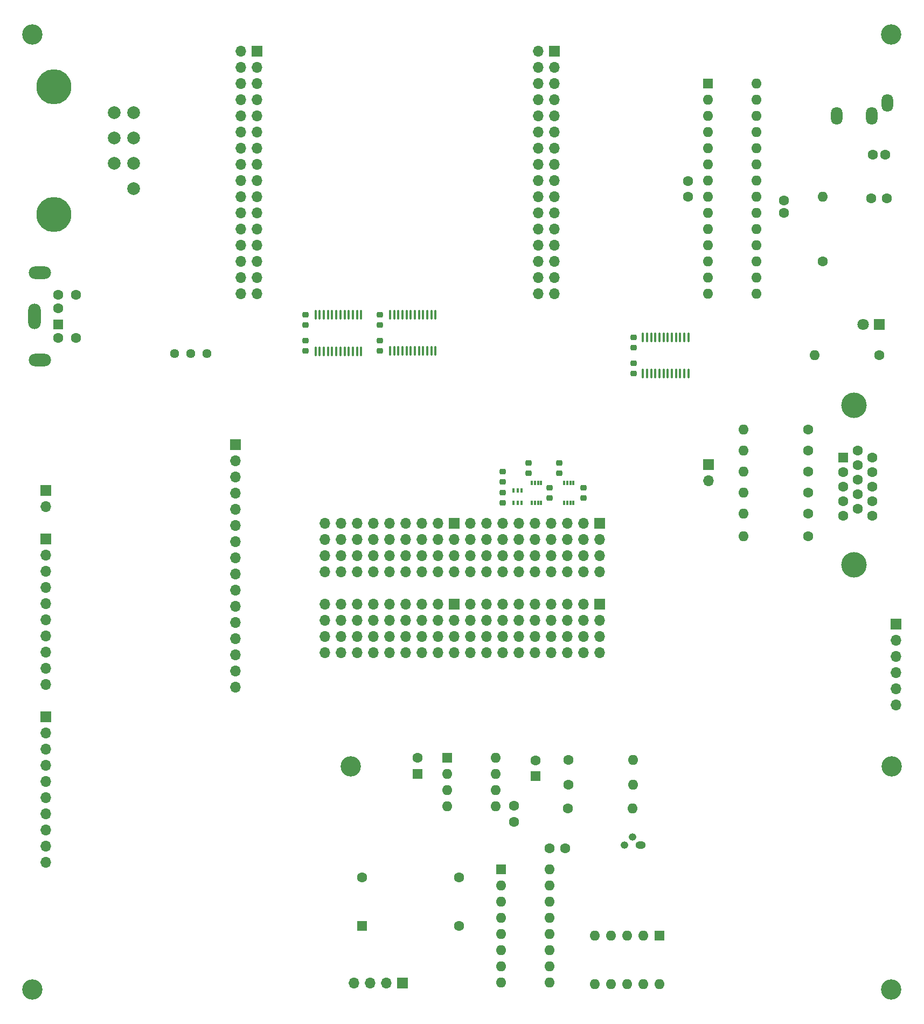
<source format=gbr>
%TF.GenerationSoftware,KiCad,Pcbnew,(6.0.0-rc2-14-ga17a58203b)*%
%TF.CreationDate,2022-06-07T21:36:17+08:00*%
%TF.ProjectId,DaughterDevBoard,44617567-6874-4657-9244-6576426f6172,rev?*%
%TF.SameCoordinates,Original*%
%TF.FileFunction,Soldermask,Bot*%
%TF.FilePolarity,Negative*%
%FSLAX46Y46*%
G04 Gerber Fmt 4.6, Leading zero omitted, Abs format (unit mm)*
G04 Created by KiCad (PCBNEW (6.0.0-rc2-14-ga17a58203b)) date 2022-06-07 21:36:17*
%MOMM*%
%LPD*%
G01*
G04 APERTURE LIST*
G04 Aperture macros list*
%AMRoundRect*
0 Rectangle with rounded corners*
0 $1 Rounding radius*
0 $2 $3 $4 $5 $6 $7 $8 $9 X,Y pos of 4 corners*
0 Add a 4 corners polygon primitive as box body*
4,1,4,$2,$3,$4,$5,$6,$7,$8,$9,$2,$3,0*
0 Add four circle primitives for the rounded corners*
1,1,$1+$1,$2,$3*
1,1,$1+$1,$4,$5*
1,1,$1+$1,$6,$7*
1,1,$1+$1,$8,$9*
0 Add four rect primitives between the rounded corners*
20,1,$1+$1,$2,$3,$4,$5,0*
20,1,$1+$1,$4,$5,$6,$7,0*
20,1,$1+$1,$6,$7,$8,$9,0*
20,1,$1+$1,$8,$9,$2,$3,0*%
G04 Aperture macros list end*
%ADD10C,5.500000*%
%ADD11C,2.000000*%
%ADD12R,1.600000X1.600000*%
%ADD13O,1.600000X1.600000*%
%ADD14C,3.200000*%
%ADD15R,1.700000X1.700000*%
%ADD16O,1.700000X1.700000*%
%ADD17C,1.440000*%
%ADD18C,1.600000*%
%ADD19O,3.500000X2.000000*%
%ADD20O,2.000000X4.000000*%
%ADD21O,1.600000X1.200000*%
%ADD22O,1.200000X1.200000*%
%ADD23O,1.800000X2.800000*%
%ADD24C,4.000000*%
%ADD25R,1.800000X1.800000*%
%ADD26C,1.800000*%
%ADD27RoundRect,0.218750X0.256250X-0.218750X0.256250X0.218750X-0.256250X0.218750X-0.256250X-0.218750X0*%
%ADD28R,0.400000X0.650000*%
%ADD29RoundRect,0.100000X-0.100000X0.637500X-0.100000X-0.637500X0.100000X-0.637500X0.100000X0.637500X0*%
%ADD30RoundRect,0.218750X-0.256250X0.218750X-0.256250X-0.218750X0.256250X-0.218750X0.256250X0.218750X0*%
%ADD31R,0.300000X0.800000*%
G04 APERTURE END LIST*
D10*
%TO.C,J7*%
X33900000Y-38600000D03*
X33900000Y-58600000D03*
D11*
X46400000Y-54600000D03*
X46400000Y-50600000D03*
X46400000Y-46600000D03*
X46400000Y-42600000D03*
X43400000Y-42600000D03*
X43400000Y-46600000D03*
X43400000Y-50600000D03*
%TD*%
D12*
%TO.C,U1*%
X104140000Y-161544000D03*
D13*
X104140000Y-164084000D03*
X104140000Y-166624000D03*
X104140000Y-169164000D03*
X104140000Y-171704000D03*
X104140000Y-174244000D03*
X104140000Y-176784000D03*
X104140000Y-179324000D03*
X111760000Y-179324000D03*
X111760000Y-176784000D03*
X111760000Y-174244000D03*
X111760000Y-171704000D03*
X111760000Y-169164000D03*
X111760000Y-166624000D03*
X111760000Y-164084000D03*
X111760000Y-161544000D03*
%TD*%
D14*
%TO.C,H4*%
X165492157Y-180376000D03*
%TD*%
D15*
%TO.C,J9*%
X62467917Y-94795116D03*
D16*
X62467917Y-97335116D03*
X62467917Y-99875116D03*
X62467917Y-102415116D03*
X62467917Y-104955116D03*
X62467917Y-107495116D03*
X62467917Y-110035116D03*
X62467917Y-112575116D03*
X62467917Y-115115116D03*
X62467917Y-117655116D03*
X62467917Y-120195116D03*
X62467917Y-122735116D03*
X62467917Y-125275116D03*
X62467917Y-127815116D03*
X62467917Y-130355116D03*
X62467917Y-132895116D03*
%TD*%
D14*
%TO.C,H2*%
X30492157Y-30376000D03*
%TD*%
D17*
%TO.C,RV1*%
X57912000Y-80488117D03*
X55372000Y-80488117D03*
X52832000Y-80488117D03*
%TD*%
D14*
%TO.C,H1*%
X165492157Y-30376000D03*
%TD*%
D15*
%TO.C,J15*%
X96780000Y-119890000D03*
D16*
X94240000Y-119890000D03*
X91700000Y-119890000D03*
X89160000Y-119890000D03*
X86620000Y-119890000D03*
X84080000Y-119890000D03*
X81540000Y-119890000D03*
X79000000Y-119890000D03*
X76460000Y-119890000D03*
X96780000Y-122430000D03*
X94240000Y-122430000D03*
X91700000Y-122430000D03*
X89160000Y-122430000D03*
X86620000Y-122430000D03*
X84080000Y-122430000D03*
X81540000Y-122430000D03*
X79000000Y-122430000D03*
X76460000Y-122430000D03*
X76460000Y-124970000D03*
X79000000Y-124970000D03*
X81540000Y-124970000D03*
X84080000Y-124970000D03*
X86620000Y-124970000D03*
X89160000Y-124970000D03*
X91700000Y-124970000D03*
X94240000Y-124970000D03*
X96780000Y-124970000D03*
X76460000Y-127510000D03*
X79000000Y-127510000D03*
X81540000Y-127510000D03*
X84080000Y-127510000D03*
X86620000Y-127510000D03*
X89160000Y-127510000D03*
X91700000Y-127510000D03*
X94240000Y-127510000D03*
X96780000Y-127510000D03*
%TD*%
D12*
%TO.C,U5*%
X95707200Y-143967200D03*
D13*
X95707200Y-146507200D03*
X95707200Y-149047200D03*
X95707200Y-151587200D03*
X103327200Y-151587200D03*
X103327200Y-149047200D03*
X103327200Y-146507200D03*
X103327200Y-143967200D03*
%TD*%
D18*
%TO.C,R5*%
X152400000Y-102362000D03*
D13*
X142240000Y-102362000D03*
%TD*%
D12*
%TO.C,U2*%
X136652000Y-38100000D03*
D13*
X136652000Y-40640000D03*
X136652000Y-43180000D03*
X136652000Y-45720000D03*
X136652000Y-48260000D03*
X136652000Y-50800000D03*
X136652000Y-53340000D03*
X136652000Y-55880000D03*
X136652000Y-58420000D03*
X136652000Y-60960000D03*
X136652000Y-63500000D03*
X136652000Y-66040000D03*
X136652000Y-68580000D03*
X136652000Y-71120000D03*
X144272000Y-71120000D03*
X144272000Y-68580000D03*
X144272000Y-66040000D03*
X144272000Y-63500000D03*
X144272000Y-60960000D03*
X144272000Y-58420000D03*
X144272000Y-55880000D03*
X144272000Y-53340000D03*
X144272000Y-50800000D03*
X144272000Y-48260000D03*
X144272000Y-45720000D03*
X144272000Y-43180000D03*
X144272000Y-40640000D03*
X144272000Y-38100000D03*
%TD*%
D18*
%TO.C,R3*%
X152400000Y-109220000D03*
D13*
X142240000Y-109220000D03*
%TD*%
D18*
%TO.C,R2*%
X154686000Y-66040000D03*
D13*
X154686000Y-55880000D03*
%TD*%
%TO.C,R10*%
X124866400Y-151942800D03*
D18*
X114706400Y-151942800D03*
%TD*%
%TO.C,C4*%
X162306000Y-56134000D03*
X164806000Y-56134000D03*
%TD*%
%TO.C,C19*%
X106222800Y-151556400D03*
X106222800Y-154056400D03*
%TD*%
%TO.C,C1*%
X111760000Y-158242000D03*
X114260000Y-158242000D03*
%TD*%
%TO.C,R11*%
X114757200Y-144322800D03*
D13*
X124917200Y-144322800D03*
%TD*%
D18*
%TO.C,R4*%
X152400000Y-105664000D03*
D13*
X142240000Y-105664000D03*
%TD*%
D12*
%TO.C,C20*%
X109626400Y-146899513D03*
D18*
X109626400Y-144399513D03*
%TD*%
%TO.C,R9*%
X114757200Y-148183600D03*
D13*
X124917200Y-148183600D03*
%TD*%
D14*
%TO.C,H5*%
X165592157Y-145376000D03*
%TD*%
D12*
%TO.C,J1*%
X34544000Y-75946000D03*
D18*
X34544000Y-73346000D03*
X34544000Y-78046000D03*
X34544000Y-71246000D03*
X37344000Y-78046000D03*
X37344000Y-71246000D03*
D19*
X31694000Y-81496000D03*
X31694000Y-67796000D03*
D20*
X30894000Y-74646000D03*
%TD*%
D14*
%TO.C,H3*%
X30492157Y-180376000D03*
%TD*%
D21*
%TO.C,Q1*%
X126136400Y-157734000D03*
D22*
X124866400Y-156464000D03*
X123596400Y-157734000D03*
%TD*%
D23*
%TO.C,J12*%
X156946000Y-43148000D03*
X164846000Y-41148000D03*
X162446000Y-43148000D03*
%TD*%
D12*
%TO.C,J11*%
X129032000Y-171958000D03*
D13*
X126492000Y-171958000D03*
X123952000Y-171958000D03*
X121412000Y-171958000D03*
X118872000Y-171958000D03*
X118872000Y-179578000D03*
X121412000Y-179578000D03*
X123952000Y-179578000D03*
X126492000Y-179578000D03*
X129032000Y-179578000D03*
%TD*%
D15*
%TO.C,J8*%
X136804400Y-97891600D03*
D16*
X136804400Y-100431600D03*
%TD*%
D14*
%TO.C,H6*%
X80592157Y-145376000D03*
%TD*%
D18*
%TO.C,C3*%
X133586622Y-53382146D03*
X133586622Y-55882146D03*
%TD*%
D15*
%TO.C,J13*%
X119640000Y-107190000D03*
D16*
X117100000Y-107190000D03*
X114560000Y-107190000D03*
X112020000Y-107190000D03*
X109480000Y-107190000D03*
X106940000Y-107190000D03*
X104400000Y-107190000D03*
X101860000Y-107190000D03*
X99320000Y-107190000D03*
X119640000Y-109730000D03*
X117100000Y-109730000D03*
X114560000Y-109730000D03*
X112020000Y-109730000D03*
X109480000Y-109730000D03*
X106940000Y-109730000D03*
X104400000Y-109730000D03*
X101860000Y-109730000D03*
X99320000Y-109730000D03*
X99320000Y-112270000D03*
X101860000Y-112270000D03*
X104400000Y-112270000D03*
X106940000Y-112270000D03*
X109480000Y-112270000D03*
X112020000Y-112270000D03*
X114560000Y-112270000D03*
X117100000Y-112270000D03*
X119640000Y-112270000D03*
X99320000Y-114810000D03*
X101860000Y-114810000D03*
X104400000Y-114810000D03*
X106940000Y-114810000D03*
X109480000Y-114810000D03*
X112020000Y-114810000D03*
X114560000Y-114810000D03*
X117100000Y-114810000D03*
X119640000Y-114810000D03*
%TD*%
D24*
%TO.C,J17*%
X159640000Y-88646000D03*
X159640000Y-113646000D03*
D12*
X157920000Y-96831000D03*
D18*
X157920000Y-99121000D03*
X157920000Y-101411000D03*
X157920000Y-103701000D03*
X157920000Y-105991000D03*
X160200000Y-95686000D03*
X160200000Y-97976000D03*
X160200000Y-100266000D03*
X160200000Y-102556000D03*
X160200000Y-104846000D03*
X162520000Y-96831000D03*
X162520000Y-99121000D03*
X162520000Y-101411000D03*
X162520000Y-103701000D03*
X162520000Y-105991000D03*
%TD*%
D15*
%TO.C,J14*%
X96780000Y-107190000D03*
D16*
X94240000Y-107190000D03*
X91700000Y-107190000D03*
X89160000Y-107190000D03*
X86620000Y-107190000D03*
X84080000Y-107190000D03*
X81540000Y-107190000D03*
X79000000Y-107190000D03*
X76460000Y-107190000D03*
X96780000Y-109730000D03*
X94240000Y-109730000D03*
X91700000Y-109730000D03*
X89160000Y-109730000D03*
X86620000Y-109730000D03*
X84080000Y-109730000D03*
X81540000Y-109730000D03*
X79000000Y-109730000D03*
X76460000Y-109730000D03*
X76460000Y-112270000D03*
X79000000Y-112270000D03*
X81540000Y-112270000D03*
X84080000Y-112270000D03*
X86620000Y-112270000D03*
X89160000Y-112270000D03*
X91700000Y-112270000D03*
X94240000Y-112270000D03*
X96780000Y-112270000D03*
X76460000Y-114810000D03*
X79000000Y-114810000D03*
X81540000Y-114810000D03*
X84080000Y-114810000D03*
X86620000Y-114810000D03*
X89160000Y-114810000D03*
X91700000Y-114810000D03*
X94240000Y-114810000D03*
X96780000Y-114810000D03*
%TD*%
D12*
%TO.C,X1*%
X82296000Y-170434000D03*
D18*
X97536000Y-170434000D03*
X97536000Y-162814000D03*
X82296000Y-162814000D03*
%TD*%
D15*
%TO.C,J16*%
X119640000Y-119890000D03*
D16*
X117100000Y-119890000D03*
X114560000Y-119890000D03*
X112020000Y-119890000D03*
X109480000Y-119890000D03*
X106940000Y-119890000D03*
X104400000Y-119890000D03*
X101860000Y-119890000D03*
X99320000Y-119890000D03*
X119640000Y-122430000D03*
X117100000Y-122430000D03*
X114560000Y-122430000D03*
X112020000Y-122430000D03*
X109480000Y-122430000D03*
X106940000Y-122430000D03*
X104400000Y-122430000D03*
X101860000Y-122430000D03*
X99320000Y-122430000D03*
X99320000Y-124970000D03*
X101860000Y-124970000D03*
X104400000Y-124970000D03*
X106940000Y-124970000D03*
X109480000Y-124970000D03*
X112020000Y-124970000D03*
X114560000Y-124970000D03*
X117100000Y-124970000D03*
X119640000Y-124970000D03*
X99320000Y-127510000D03*
X101860000Y-127510000D03*
X104400000Y-127510000D03*
X106940000Y-127510000D03*
X109480000Y-127510000D03*
X112020000Y-127510000D03*
X114560000Y-127510000D03*
X117100000Y-127510000D03*
X119640000Y-127510000D03*
%TD*%
D18*
%TO.C,R8*%
X152400000Y-92456000D03*
D13*
X142240000Y-92456000D03*
%TD*%
D18*
%TO.C,R1*%
X163576000Y-80772000D03*
D13*
X153416000Y-80772000D03*
%TD*%
D18*
%TO.C,R7*%
X152400000Y-95758000D03*
D13*
X142240000Y-95758000D03*
%TD*%
D18*
%TO.C,C2*%
X148590000Y-58420000D03*
X148590000Y-56420000D03*
%TD*%
D12*
%TO.C,C18*%
X91033600Y-146493112D03*
D18*
X91033600Y-143993112D03*
%TD*%
D15*
%TO.C,J18*%
X166268400Y-122986800D03*
D16*
X166268400Y-125526800D03*
X166268400Y-128066800D03*
X166268400Y-130606800D03*
X166268400Y-133146800D03*
X166268400Y-135686800D03*
%TD*%
D25*
%TO.C,D1*%
X163576000Y-75946000D03*
D26*
X161036000Y-75946000D03*
%TD*%
D18*
%TO.C,C5*%
X162560000Y-49276000D03*
X164560000Y-49276000D03*
%TD*%
%TO.C,R6*%
X152400000Y-99060000D03*
D13*
X142240000Y-99060000D03*
%TD*%
D27*
%TO.C,C11*%
X111760000Y-103149500D03*
X111760000Y-101574500D03*
%TD*%
%TO.C,C10*%
X104394000Y-103911500D03*
X104394000Y-102336500D03*
%TD*%
D28*
%TO.C,U9*%
X106131600Y-102021600D03*
X106781600Y-102021600D03*
X107431600Y-102021600D03*
X107431600Y-103921600D03*
X106781600Y-103921600D03*
X106131600Y-103921600D03*
%TD*%
D15*
%TO.C,J3*%
X112522000Y-33020000D03*
D16*
X112522000Y-35560000D03*
X112522000Y-38100000D03*
X112522000Y-40640000D03*
X112522000Y-43180000D03*
X112522000Y-45720000D03*
X112522000Y-48260000D03*
X112522000Y-50800000D03*
X112522000Y-53340000D03*
X112522000Y-55880000D03*
X112522000Y-58420000D03*
X112522000Y-60960000D03*
X112522000Y-63500000D03*
X112522000Y-66040000D03*
X112522000Y-68580000D03*
X112522000Y-71120000D03*
X109982000Y-33020000D03*
X109982000Y-35560000D03*
X109982000Y-38100000D03*
X109982000Y-40640000D03*
X109982000Y-43180000D03*
X109982000Y-45720000D03*
X109982000Y-48260000D03*
X109982000Y-50800000D03*
X109982000Y-53340000D03*
X109982000Y-55880000D03*
X109982000Y-58420000D03*
X109982000Y-60960000D03*
X109982000Y-63500000D03*
X109982000Y-66040000D03*
X109982000Y-68580000D03*
X109982000Y-71120000D03*
%TD*%
D29*
%TO.C,U7*%
X86726000Y-74353500D03*
X87376000Y-74353500D03*
X88026000Y-74353500D03*
X88676000Y-74353500D03*
X89326000Y-74353500D03*
X89976000Y-74353500D03*
X90626000Y-74353500D03*
X91276000Y-74353500D03*
X91926000Y-74353500D03*
X92576000Y-74353500D03*
X93226000Y-74353500D03*
X93876000Y-74353500D03*
X93876000Y-80078500D03*
X93226000Y-80078500D03*
X92576000Y-80078500D03*
X91926000Y-80078500D03*
X91276000Y-80078500D03*
X90626000Y-80078500D03*
X89976000Y-80078500D03*
X89326000Y-80078500D03*
X88676000Y-80078500D03*
X88026000Y-80078500D03*
X87376000Y-80078500D03*
X86726000Y-80078500D03*
%TD*%
D30*
%TO.C,C14*%
X73406000Y-74396500D03*
X73406000Y-75971500D03*
%TD*%
D27*
%TO.C,C9*%
X124968000Y-83591500D03*
X124968000Y-82016500D03*
%TD*%
D29*
%TO.C,U6*%
X126473000Y-77909500D03*
X127123000Y-77909500D03*
X127773000Y-77909500D03*
X128423000Y-77909500D03*
X129073000Y-77909500D03*
X129723000Y-77909500D03*
X130373000Y-77909500D03*
X131023000Y-77909500D03*
X131673000Y-77909500D03*
X132323000Y-77909500D03*
X132973000Y-77909500D03*
X133623000Y-77909500D03*
X133623000Y-83634500D03*
X132973000Y-83634500D03*
X132323000Y-83634500D03*
X131673000Y-83634500D03*
X131023000Y-83634500D03*
X130373000Y-83634500D03*
X129723000Y-83634500D03*
X129073000Y-83634500D03*
X128423000Y-83634500D03*
X127773000Y-83634500D03*
X127123000Y-83634500D03*
X126473000Y-83634500D03*
%TD*%
D27*
%TO.C,C17*%
X85090000Y-80035500D03*
X85090000Y-78460500D03*
%TD*%
D15*
%TO.C,J5*%
X32600000Y-137536000D03*
D16*
X32600000Y-140076000D03*
X32600000Y-142616000D03*
X32600000Y-145156000D03*
X32600000Y-147696000D03*
X32600000Y-150236000D03*
X32600000Y-152776000D03*
X32600000Y-155316000D03*
X32600000Y-157856000D03*
X32600000Y-160396000D03*
%TD*%
D15*
%TO.C,J2*%
X32649999Y-109600000D03*
D16*
X32649999Y-112140000D03*
X32649999Y-114680000D03*
X32649999Y-117220000D03*
X32649999Y-119760000D03*
X32649999Y-122300000D03*
X32649999Y-124840000D03*
X32649999Y-127380000D03*
X32649999Y-129920000D03*
X32649999Y-132460000D03*
%TD*%
D30*
%TO.C,C12*%
X124968000Y-77952500D03*
X124968000Y-79527500D03*
%TD*%
D27*
%TO.C,C8*%
X108458000Y-99262500D03*
X108458000Y-97687500D03*
%TD*%
%TO.C,C7*%
X113284000Y-99249500D03*
X113284000Y-97674500D03*
%TD*%
%TO.C,C6*%
X104394000Y-100609500D03*
X104394000Y-99034500D03*
%TD*%
%TO.C,C13*%
X117094000Y-103149500D03*
X117094000Y-101574500D03*
%TD*%
D15*
%TO.C,J4*%
X65786000Y-33020000D03*
D16*
X65786000Y-35560000D03*
X65786000Y-38100000D03*
X65786000Y-40640000D03*
X65786000Y-43180000D03*
X65786000Y-45720000D03*
X65786000Y-48260000D03*
X65786000Y-50800000D03*
X65786000Y-53340000D03*
X65786000Y-55880000D03*
X65786000Y-58420000D03*
X65786000Y-60960000D03*
X65786000Y-63500000D03*
X65786000Y-66040000D03*
X65786000Y-68580000D03*
X65786000Y-71120000D03*
X63246000Y-33020000D03*
X63246000Y-35560000D03*
X63246000Y-38100000D03*
X63246000Y-40640000D03*
X63246000Y-43180000D03*
X63246000Y-45720000D03*
X63246000Y-48260000D03*
X63246000Y-50800000D03*
X63246000Y-53340000D03*
X63246000Y-55880000D03*
X63246000Y-58420000D03*
X63246000Y-60960000D03*
X63246000Y-63500000D03*
X63246000Y-66040000D03*
X63246000Y-68580000D03*
X63246000Y-71120000D03*
%TD*%
D31*
%TO.C,U4*%
X108978000Y-100825000D03*
X109478000Y-100825000D03*
X109978000Y-100825000D03*
X110478000Y-100825000D03*
X110478000Y-103925000D03*
X109978000Y-103925000D03*
X109478000Y-103925000D03*
X108978000Y-103925000D03*
%TD*%
D27*
%TO.C,C15*%
X73406000Y-80035500D03*
X73406000Y-78460500D03*
%TD*%
D29*
%TO.C,U8*%
X75031000Y-74422000D03*
X75681000Y-74422000D03*
X76331000Y-74422000D03*
X76981000Y-74422000D03*
X77631000Y-74422000D03*
X78281000Y-74422000D03*
X78931000Y-74422000D03*
X79581000Y-74422000D03*
X80231000Y-74422000D03*
X80881000Y-74422000D03*
X81531000Y-74422000D03*
X82181000Y-74422000D03*
X82181000Y-80147000D03*
X81531000Y-80147000D03*
X80881000Y-80147000D03*
X80231000Y-80147000D03*
X79581000Y-80147000D03*
X78931000Y-80147000D03*
X78281000Y-80147000D03*
X77631000Y-80147000D03*
X76981000Y-80147000D03*
X76331000Y-80147000D03*
X75681000Y-80147000D03*
X75031000Y-80147000D03*
%TD*%
D15*
%TO.C,J6*%
X88700000Y-179400000D03*
D16*
X86160000Y-179400000D03*
X83620000Y-179400000D03*
X81080000Y-179400000D03*
%TD*%
D30*
%TO.C,C16*%
X85090000Y-74396500D03*
X85090000Y-75971500D03*
%TD*%
D31*
%TO.C,U3*%
X114054000Y-100812000D03*
X114554000Y-100812000D03*
X115054000Y-100812000D03*
X115554000Y-100812000D03*
X115554000Y-103912000D03*
X115054000Y-103912000D03*
X114554000Y-103912000D03*
X114054000Y-103912000D03*
%TD*%
D15*
%TO.C,J10*%
X32601000Y-101976000D03*
D16*
X32601000Y-104516000D03*
%TD*%
M02*

</source>
